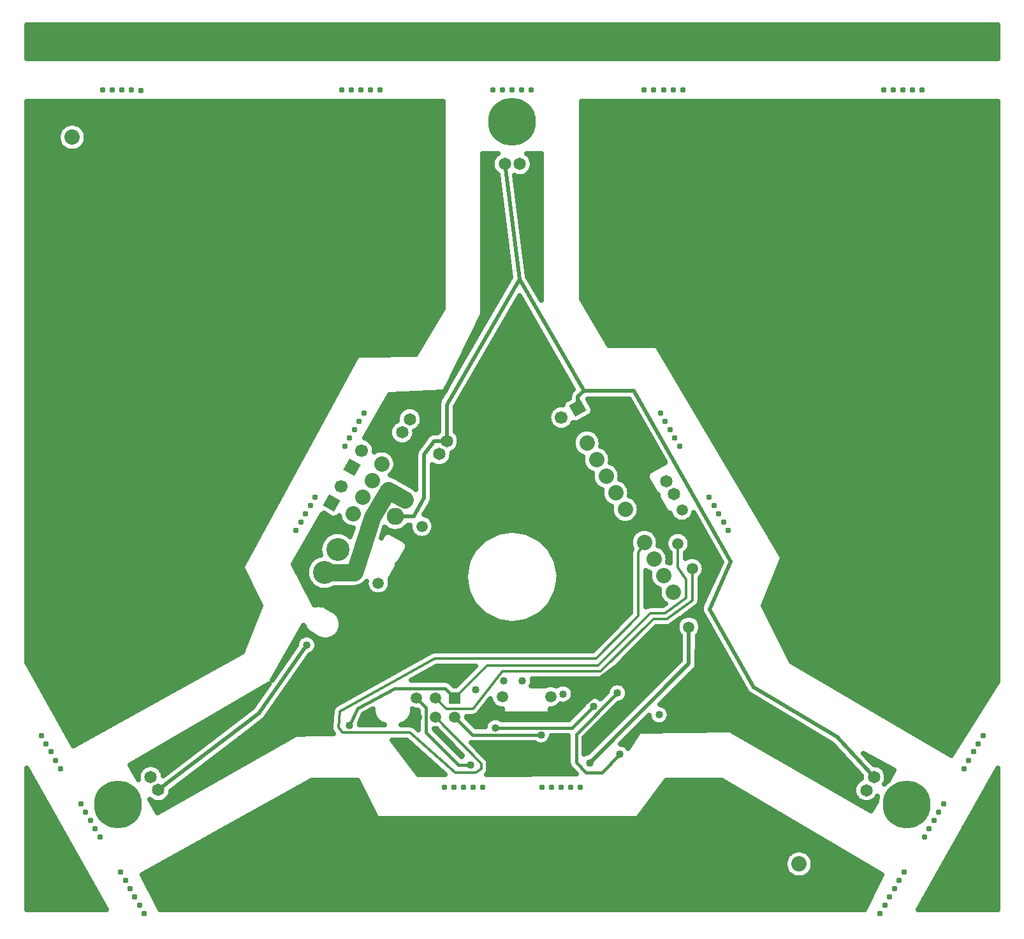
<source format=gbr>
G04 DipTrace 3.0.0.2*
G04 Bottom.gbr*
%MOIN*%
G04 #@! TF.FileFunction,Copper,L4,Bot*
G04 #@! TF.Part,Single*
%AMOUTLINE6*5,1,4,0,0,0.094653,-164.999604*%
%AMOUTLINE9*5,1,4,0,0,0.094653,-195.000396*%
G04 #@! TA.AperFunction,Conductor*
%ADD13C,0.012992*%
%ADD14C,0.015*%
%ADD15C,0.02*%
G04 #@! TA.AperFunction,ComponentPad*
%ADD16C,0.09*%
G04 #@! TA.AperFunction,CopperBalancing*
%ADD19C,0.025*%
G04 #@! TA.AperFunction,ComponentPad*
%ADD23C,0.12*%
%ADD24C,0.065*%
%ADD31C,0.066929*%
%ADD32R,0.059055X0.059055*%
%ADD33C,0.059055*%
%ADD38C,0.08*%
%ADD39C,0.25*%
%ADD40C,0.031*%
G04 #@! TA.AperFunction,ViaPad*
%ADD41C,0.04*%
%ADD43C,0.059*%
G04 #@! TA.AperFunction,ComponentPad*
%ADD104OUTLINE6*%
%ADD107OUTLINE9*%
%FSLAX26Y26*%
G04*
G70*
G90*
G75*
G01*
G04 Bottom*
%LPD*%
X3154699Y3186518D2*
D14*
X2797450D1*
X2703699Y3280269D1*
X3927699Y3750518D2*
D15*
Y3558518D1*
X3409699Y3040518D1*
X1928812Y3655306D2*
X1678699Y3299018D1*
X1153764Y2897728D1*
X2392699Y4327518D2*
X2488537D1*
X2543699Y4425518D1*
Y4653531D1*
X2595831Y4723269D1*
X2661807D1*
Y4912804D1*
X2749445Y5063984D1*
X3042348Y5569256D1*
X2964778Y6171303D1*
X3042348Y5569256D2*
X3378660Y4986416D1*
X3641133D1*
X4147329Y4092760D1*
X4034841Y3842786D1*
X4266067Y3436579D1*
X4703521Y3174106D1*
X4894631Y2965371D1*
X3347699Y4896517D2*
Y4955455D1*
X3378660Y4986416D1*
X3301169Y3280345D2*
D14*
X3442699Y3400518D1*
D13*
X3470934Y3492356D1*
X3730437Y3683812D1*
X4011699Y3885518D1*
X4015105Y4045568D1*
X3891346Y4262556D1*
X3644699Y4279507D1*
X2442699Y4414122D2*
D16*
X2356699Y4466518D1*
X2271699Y4325518D1*
X2178627Y4035915D1*
X2022400Y4035924D1*
X2916199Y3224018D2*
D14*
X3316084D1*
X3428655Y3336589D1*
X2153789Y3236600D2*
X2196699Y3324518D1*
X2389936Y3430329D1*
X2653639D1*
X2703699Y3380269D1*
X3869949Y4186768D2*
D13*
Y4061115D1*
X3913730Y4000293D1*
Y3902744D1*
X3804262Y3821423D1*
X3724828D1*
X3452424Y3549018D1*
X2872449D1*
X2703699Y3380269D1*
X3694699Y4192904D2*
X3664084Y4138904D1*
Y3807831D1*
X3441772Y3585518D1*
X2598073D1*
X2103699Y3309518D1*
X2094699Y3226361D1*
X2114592Y3198474D1*
X2468858D1*
X2704997Y2987518D1*
X2812199D1*
X2841199Y3008762D1*
Y3034518D1*
X2603699Y3280269D1*
X2503699Y3380269D2*
D14*
X2553747Y3330222D1*
Y3200396D1*
X2723772Y3030371D1*
X2784972D1*
X2603699Y3380269D2*
D13*
X2659950Y3324018D1*
X2797987D1*
X2953597Y3517768D1*
X3466199D1*
X3741205Y3792773D1*
X3813041D1*
X3944950Y3890180D1*
Y4055518D1*
X3553642Y3405332D2*
D14*
X3338491Y3190181D1*
Y3042605D1*
X3391013Y2990083D1*
X3473264D1*
X3567699Y3084518D1*
D41*
X3154699Y3186518D3*
X3428655Y3336589D3*
X2916199Y3224018D3*
X2784972Y3030371D3*
X2153789Y3236600D3*
X3567699Y3084518D3*
X3553642Y3405332D3*
X3301169Y3280345D3*
X3442699Y3400518D3*
D43*
X3204505Y3385713D3*
X2952143Y3384962D3*
X2531699Y4276518D3*
D41*
X1928812Y3655306D3*
X3409699Y3040518D3*
D43*
X3927699Y3750518D3*
X2303699Y3980269D3*
X3891199Y4361518D3*
X3869949Y4186768D3*
X3944950Y4055518D3*
D41*
X3269699Y3400518D3*
X2960474Y3467768D3*
X3057411D3*
X3771699Y3291518D3*
X2813299Y3421727D3*
X468699Y6874150D2*
D19*
X5538724D1*
X468699Y6849281D2*
X5538724D1*
X468699Y6824412D2*
X5538724D1*
X468699Y6799543D2*
X5538724D1*
X468699Y6774675D2*
X5538724D1*
X468699Y6749806D2*
X5538724D1*
X468699Y6724937D2*
X5538724D1*
X5541199Y6736518D2*
Y6899018D1*
X466199D1*
Y6724018D1*
X5541199D1*
Y6736518D1*
X468699Y6474150D2*
X2638724D1*
X468699Y6449281D2*
X2638724D1*
X468699Y6424412D2*
X2638724D1*
X468699Y6399543D2*
X2638724D1*
X468699Y6374675D2*
X663626D1*
X743773D2*
X2638724D1*
X468699Y6349806D2*
X638480D1*
X768919D2*
X2638724D1*
X468699Y6324937D2*
X628958D1*
X778441D2*
X2638724D1*
X468699Y6300068D2*
X628617D1*
X778782D2*
X2638724D1*
X468699Y6275199D2*
X637308D1*
X770091D2*
X2638724D1*
X468699Y6250331D2*
X660501D1*
X746898D2*
X2638724D1*
X468699Y6225462D2*
X2638724D1*
X468699Y6200593D2*
X2638724D1*
X468699Y6175724D2*
X2638724D1*
X468699Y6150856D2*
X2638724D1*
X468699Y6125987D2*
X2638724D1*
X468699Y6101118D2*
X2638724D1*
X468699Y6076249D2*
X2638724D1*
X468699Y6051381D2*
X2638724D1*
X468699Y6026512D2*
X2638724D1*
X468699Y6001643D2*
X2638724D1*
X468699Y5976774D2*
X2638724D1*
X468699Y5951906D2*
X2638724D1*
X468699Y5927037D2*
X2638724D1*
X468699Y5902168D2*
X2638724D1*
X468699Y5877299D2*
X2638724D1*
X468699Y5852430D2*
X2638724D1*
X468699Y5827562D2*
X2638724D1*
X468699Y5802693D2*
X2638724D1*
X468699Y5777824D2*
X2638724D1*
X468699Y5752955D2*
X2638724D1*
X468699Y5728087D2*
X2638724D1*
X468699Y5703218D2*
X2638724D1*
X468699Y5678349D2*
X2638724D1*
X468699Y5653480D2*
X2638724D1*
X468699Y5628612D2*
X2638724D1*
X468699Y5603743D2*
X2638724D1*
X468699Y5578874D2*
X2638724D1*
X468699Y5554005D2*
X2638724D1*
X468699Y5529136D2*
X2638724D1*
X468699Y5504268D2*
X2638724D1*
X468699Y5479399D2*
X2638724D1*
X468699Y5454530D2*
X2638724D1*
X468699Y5429661D2*
X2638724D1*
X468699Y5404793D2*
X2632572D1*
X468699Y5379924D2*
X2617678D1*
X468699Y5355055D2*
X2602738D1*
X468699Y5330186D2*
X2587845D1*
X468699Y5305318D2*
X2572904D1*
X468699Y5280449D2*
X2557962D1*
X468699Y5255580D2*
X2543070D1*
X468699Y5230711D2*
X2528129D1*
X468699Y5205843D2*
X2513236D1*
X468699Y5180974D2*
X2498294D1*
X468699Y5156105D2*
X2183988D1*
X468699Y5131236D2*
X2170462D1*
X468699Y5106367D2*
X2156888D1*
X468699Y5081499D2*
X2143314D1*
X468699Y5056630D2*
X2129740D1*
X468699Y5031761D2*
X2116165D1*
X468699Y5006892D2*
X2102640D1*
X468699Y4982024D2*
X2089066D1*
X468699Y4957155D2*
X2075491D1*
X468699Y4932286D2*
X2061917D1*
X468699Y4907417D2*
X2048343D1*
X468699Y4882549D2*
X2034818D1*
X468699Y4857680D2*
X2021243D1*
X468699Y4832811D2*
X2007669D1*
X468699Y4807942D2*
X1994094D1*
X468699Y4783073D2*
X1980521D1*
X468699Y4758205D2*
X1966995D1*
X468699Y4733336D2*
X1953421D1*
X468699Y4708467D2*
X1939846D1*
X468699Y4683598D2*
X1926273D1*
X468699Y4658730D2*
X1912698D1*
X468699Y4633861D2*
X1899125D1*
X468699Y4608992D2*
X1885598D1*
X468699Y4584123D2*
X1872025D1*
X468699Y4559255D2*
X1858450D1*
X468699Y4534386D2*
X1844877D1*
X468699Y4509517D2*
X1831302D1*
X468699Y4484648D2*
X1817777D1*
X468699Y4459780D2*
X1804202D1*
X468699Y4434911D2*
X1790629D1*
X468699Y4410042D2*
X1777054D1*
X468699Y4385173D2*
X1763480D1*
X468699Y4360304D2*
X1749954D1*
X468699Y4335436D2*
X1736381D1*
X468699Y4310567D2*
X1722806D1*
X468699Y4285698D2*
X1709232D1*
X468699Y4260829D2*
X1695657D1*
X468699Y4235961D2*
X1682133D1*
X468699Y4211092D2*
X1668558D1*
X468699Y4186223D2*
X1654984D1*
X468699Y4161354D2*
X1641409D1*
X468699Y4136486D2*
X1627835D1*
X468699Y4111617D2*
X1614310D1*
X468699Y4086748D2*
X1600736D1*
X468699Y4061879D2*
X1587161D1*
X468699Y4037010D2*
X1599466D1*
X468699Y4012142D2*
X1611917D1*
X468699Y3987273D2*
X1624369D1*
X468699Y3962404D2*
X1636770D1*
X468699Y3937535D2*
X1649222D1*
X468699Y3912667D2*
X1661673D1*
X468699Y3887798D2*
X1674075D1*
X468699Y3862929D2*
X1686526D1*
X468699Y3838060D2*
X1678373D1*
X468699Y3813192D2*
X1668411D1*
X468699Y3788323D2*
X1658450D1*
X468699Y3763454D2*
X1648490D1*
X468699Y3738585D2*
X1638577D1*
X468699Y3713717D2*
X1628617D1*
X468699Y3688848D2*
X1618656D1*
X468699Y3663979D2*
X1608743D1*
X468699Y3639110D2*
X1598782D1*
X468699Y3614241D2*
X1580374D1*
X468699Y3589373D2*
X1535598D1*
X468822Y3564504D2*
X1490824D1*
X482640Y3539635D2*
X1446049D1*
X496458Y3514766D2*
X1401322D1*
X510277Y3489898D2*
X1356546D1*
X524094Y3465029D2*
X1311770D1*
X537913Y3440160D2*
X1266995D1*
X551732Y3415291D2*
X1222269D1*
X565550Y3390423D2*
X1177493D1*
X579369Y3365554D2*
X1132718D1*
X593186Y3340685D2*
X1087942D1*
X607005Y3315816D2*
X1043217D1*
X620824Y3290948D2*
X998441D1*
X634642Y3266079D2*
X953665D1*
X648461Y3241210D2*
X908890D1*
X662278Y3216341D2*
X864163D1*
X676097Y3191472D2*
X819388D1*
X689915Y3166604D2*
X774613D1*
X703734Y3141735D2*
X729837D1*
X776972Y6305752D2*
X775169Y6294360D1*
X771605Y6283391D1*
X766369Y6273114D1*
X759589Y6263783D1*
X751434Y6255629D1*
X742104Y6248849D1*
X731827Y6243613D1*
X720858Y6240049D1*
X709466Y6238245D1*
X697933D1*
X686541Y6240049D1*
X675572Y6243613D1*
X665295Y6248849D1*
X655965Y6255629D1*
X647810Y6263783D1*
X641030Y6273114D1*
X635794Y6283391D1*
X632230Y6294360D1*
X630427Y6305752D1*
Y6317285D1*
X632230Y6328677D1*
X635794Y6339646D1*
X641030Y6349923D1*
X647810Y6359253D1*
X655965Y6367408D1*
X665295Y6374188D1*
X675572Y6379424D1*
X686541Y6382988D1*
X697933Y6384791D1*
X709466D1*
X720858Y6382988D1*
X731827Y6379424D1*
X742104Y6374188D1*
X751434Y6367408D1*
X759589Y6359253D1*
X766369Y6349923D1*
X771605Y6339646D1*
X775169Y6328677D1*
X776972Y6317285D1*
Y6305752D1*
X2408084Y5176508D2*
X2498172D1*
X2641215Y5415008D1*
X2641199Y6499018D1*
X466199D1*
Y3564692D1*
X708556Y3128516D1*
X1593749Y3620290D1*
X1690025Y3860990D1*
X1591782Y4057745D1*
X1591199Y4061613D1*
X1591841Y4065471D1*
X1598711Y4078478D1*
X2193797Y5169147D1*
X2196639Y5171833D1*
X2200172Y5173510D1*
X2204169Y5174005D1*
X2361659Y5174018D1*
X2375331Y5175664D1*
X2395584Y5176508D1*
X2408084D1*
X3368699Y6474150D2*
X5538724D1*
X3368699Y6449281D2*
X5538724D1*
X3368699Y6424412D2*
X5538724D1*
X3368699Y6399543D2*
X5538724D1*
X3368699Y6374675D2*
X5538724D1*
X3368699Y6349806D2*
X5538724D1*
X3368699Y6324937D2*
X5538724D1*
X3368699Y6300068D2*
X5538724D1*
X3368699Y6275199D2*
X5538724D1*
X3368699Y6250331D2*
X5538724D1*
X3368699Y6225462D2*
X5538724D1*
X3368699Y6200593D2*
X5538724D1*
X3368699Y6175724D2*
X5538724D1*
X3368699Y6150856D2*
X5538724D1*
X3368699Y6125987D2*
X5538724D1*
X3368699Y6101118D2*
X5538724D1*
X3368699Y6076249D2*
X5538724D1*
X3368699Y6051381D2*
X5538724D1*
X3368699Y6026512D2*
X5538724D1*
X3368699Y6001643D2*
X5538724D1*
X3368699Y5976774D2*
X5538724D1*
X3368699Y5951906D2*
X5538724D1*
X3368699Y5927037D2*
X5538724D1*
X3368699Y5902168D2*
X5538724D1*
X3368699Y5877299D2*
X5538724D1*
X3368699Y5852430D2*
X5538724D1*
X3368699Y5827562D2*
X5538724D1*
X3368699Y5802693D2*
X5538724D1*
X3368699Y5777824D2*
X5538724D1*
X3368699Y5752955D2*
X5538724D1*
X3368699Y5728087D2*
X5538724D1*
X3368699Y5703218D2*
X5538724D1*
X3368699Y5678349D2*
X5538724D1*
X3368699Y5653480D2*
X5538724D1*
X3368699Y5628612D2*
X5538724D1*
X3368699Y5603743D2*
X5538724D1*
X3368699Y5578874D2*
X5538724D1*
X3368699Y5554005D2*
X5538724D1*
X3368699Y5529136D2*
X5538724D1*
X3368699Y5504268D2*
X5538724D1*
X3368699Y5479399D2*
X5538724D1*
X3374974Y5454530D2*
X5538724D1*
X3389915Y5429661D2*
X5538724D1*
X3404808Y5404793D2*
X5538724D1*
X3419749Y5379924D2*
X5538724D1*
X3434642Y5355055D2*
X5538724D1*
X3449583Y5330186D2*
X5538724D1*
X3464476Y5305318D2*
X5538724D1*
X3479417Y5280449D2*
X5538724D1*
X3494358Y5255580D2*
X5538724D1*
X3509251Y5230711D2*
X5538724D1*
X3774094Y5205843D2*
X5538724D1*
X3788743Y5180974D2*
X5538724D1*
X3803441Y5156105D2*
X5538724D1*
X3818138Y5131236D2*
X5538724D1*
X3832835Y5106367D2*
X5538724D1*
X3847533Y5081499D2*
X5538724D1*
X3862230Y5056630D2*
X5538724D1*
X3876927Y5031761D2*
X5538724D1*
X3891625Y5006892D2*
X5538724D1*
X3906322Y4982024D2*
X5538724D1*
X3921018Y4957155D2*
X5538724D1*
X3935717Y4932286D2*
X5538724D1*
X3950413Y4907417D2*
X5538724D1*
X3965110Y4882549D2*
X5538724D1*
X3979808Y4857680D2*
X5538724D1*
X3994505Y4832811D2*
X5538724D1*
X4009202Y4807942D2*
X5538724D1*
X4023900Y4783073D2*
X5538724D1*
X4038597Y4758205D2*
X5538724D1*
X4053294Y4733336D2*
X5538724D1*
X4067991Y4708467D2*
X5538724D1*
X4082689Y4683598D2*
X5538724D1*
X4097386Y4658730D2*
X5538724D1*
X4112083Y4633861D2*
X5538724D1*
X4126781Y4608992D2*
X5538724D1*
X4141429Y4584123D2*
X5538724D1*
X4156126Y4559255D2*
X5538724D1*
X4170824Y4534386D2*
X5538724D1*
X4185521Y4509517D2*
X5538724D1*
X4200218Y4484648D2*
X5538724D1*
X4214915Y4459780D2*
X5538724D1*
X4229613Y4434911D2*
X5538724D1*
X4244310Y4410042D2*
X5538724D1*
X4259007Y4385173D2*
X5538724D1*
X4273705Y4360304D2*
X5538724D1*
X4288402Y4335436D2*
X5538724D1*
X4303098Y4310567D2*
X5538724D1*
X4317797Y4285698D2*
X5538724D1*
X4332493Y4260829D2*
X5538724D1*
X4347190Y4235961D2*
X5538724D1*
X4361888Y4211092D2*
X5538724D1*
X4376585Y4186223D2*
X5538724D1*
X4391282Y4161354D2*
X5538724D1*
X4405980Y4136486D2*
X5538724D1*
X4419701Y4111617D2*
X5538724D1*
X4409740Y4086748D2*
X5538724D1*
X4399827Y4061879D2*
X5538724D1*
X4389866Y4037010D2*
X5538724D1*
X4379906Y4012142D2*
X5538724D1*
X4369945Y3987273D2*
X5538724D1*
X4360033Y3962404D2*
X5538724D1*
X4350072Y3937535D2*
X5538724D1*
X4340110Y3912667D2*
X5538724D1*
X4330198Y3887798D2*
X5538724D1*
X4320238Y3862929D2*
X5538724D1*
X4331908Y3838060D2*
X5538724D1*
X4344358Y3813192D2*
X5538724D1*
X4356761Y3788323D2*
X5538724D1*
X4369213Y3763454D2*
X5538724D1*
X4381663Y3738585D2*
X5538724D1*
X4394066Y3713717D2*
X5538724D1*
X4406517Y3688848D2*
X5538724D1*
X4418969Y3663979D2*
X5538724D1*
X4431370Y3639110D2*
X5538724D1*
X4443822Y3614241D2*
X5538724D1*
X4456224Y3589373D2*
X5538724D1*
X4475755Y3564504D2*
X5538724D1*
X4518041Y3539635D2*
X5538724D1*
X4560325Y3514766D2*
X5538724D1*
X4602610Y3489898D2*
X5538724D1*
X4644896Y3465029D2*
X5538675D1*
X4687181Y3440160D2*
X5523098D1*
X4729417Y3415291D2*
X5507572D1*
X4771702Y3390423D2*
X5492045D1*
X4813988Y3365554D2*
X5476469D1*
X4856273Y3340685D2*
X5460941D1*
X4898558Y3315816D2*
X5445413D1*
X4940843Y3290948D2*
X5429837D1*
X4983079Y3266079D2*
X5414310D1*
X5025365Y3241210D2*
X5398782D1*
X5067650Y3216341D2*
X5383206D1*
X5109934Y3191472D2*
X5367678D1*
X5152220Y3166604D2*
X5352152D1*
X5194505Y3141735D2*
X5336575D1*
X5236741Y3116866D2*
X5321049D1*
X5279026Y3091997D2*
X5305521D1*
X5528699Y6499018D2*
X3366199D1*
Y5464986D1*
X3510803Y5223975D1*
X3755655Y5223865D1*
X3759374Y5222656D1*
X3762538Y5220357D1*
X3764461Y5217878D1*
X4415323Y4116115D1*
X4416175Y4112299D1*
X4415806Y4108406D1*
X4396736Y4060453D1*
X4317374Y3862047D1*
X4463224Y3570419D1*
X5299539Y3078467D1*
X5541214Y3465127D1*
X5541199Y6499018D1*
X5528699D1*
X468699Y2974412D2*
X485843D1*
X468699Y2949543D2*
X499857D1*
X468699Y2924675D2*
X513822D1*
X468699Y2899806D2*
X527835D1*
X468699Y2874937D2*
X541801D1*
X468699Y2850068D2*
X555814D1*
X468699Y2825199D2*
X569778D1*
X468699Y2800331D2*
X583793D1*
X468699Y2775462D2*
X597757D1*
X468699Y2750593D2*
X611770D1*
X468699Y2725724D2*
X625736D1*
X468699Y2700856D2*
X639749D1*
X468699Y2675987D2*
X653714D1*
X468699Y2651118D2*
X667728D1*
X468699Y2626249D2*
X681693D1*
X468699Y2601381D2*
X695706D1*
X468699Y2576512D2*
X709671D1*
X468699Y2551643D2*
X723685D1*
X468699Y2526774D2*
X737650D1*
X468699Y2501906D2*
X751663D1*
X468699Y2477037D2*
X765629D1*
X468699Y2452168D2*
X779593D1*
X468699Y2427299D2*
X793606D1*
X468699Y2402430D2*
X807572D1*
X468699Y2377562D2*
X821585D1*
X468699Y2352693D2*
X835550D1*
X468699Y2327824D2*
X849564D1*
X468699Y2302955D2*
X863529D1*
X468699Y2278087D2*
X877542D1*
X882344Y2273988D2*
X466196Y3013806D1*
X466199Y2274018D1*
X882362D1*
X1914671Y2924150D2*
X2205911D1*
X3793822D2*
X4140091D1*
X1869896Y2899281D2*
X2218362D1*
X3775169D2*
X4182327D1*
X1825169Y2874412D2*
X2230765D1*
X3756517D2*
X4224613D1*
X1780394Y2849543D2*
X2243217D1*
X3737865D2*
X4266898D1*
X1735618Y2824675D2*
X2255667D1*
X3719213D2*
X4309182D1*
X1690843Y2799806D2*
X2268070D1*
X3700560D2*
X4351469D1*
X1646117Y2774937D2*
X2280521D1*
X3681908D2*
X4393753D1*
X1601341Y2750068D2*
X2292972D1*
X3663255D2*
X4435990D1*
X1556566Y2725199D2*
X4478274D1*
X1511790Y2700331D2*
X4520560D1*
X1467014Y2675462D2*
X4562845D1*
X1422289Y2650593D2*
X4605130D1*
X1377513Y2625724D2*
X4647415D1*
X1332738Y2600856D2*
X4689652D1*
X1287962Y2575987D2*
X4465921D1*
X4541478D2*
X4731937D1*
X1243236Y2551118D2*
X4439261D1*
X4568138D2*
X4774222D1*
X1198461Y2526249D2*
X4429202D1*
X4578197D2*
X4816507D1*
X1153685Y2501381D2*
X4428421D1*
X4578978D2*
X4858793D1*
X1108909Y2476512D2*
X4436575D1*
X4570824D2*
X4901077D1*
X1075121Y2451643D2*
X4458549D1*
X4548850D2*
X4932278D1*
X1087522Y2426774D2*
X4919877D1*
X1099974Y2401906D2*
X4907425D1*
X1112425Y2377037D2*
X4894974D1*
X1124827Y2352168D2*
X4882572D1*
X1137278Y2327299D2*
X4870121D1*
X1149730Y2302430D2*
X4857669D1*
X1162133Y2277562D2*
X4845266D1*
X4576972Y2505752D2*
X4575169Y2494360D1*
X4571605Y2483391D1*
X4566369Y2473114D1*
X4559589Y2463783D1*
X4551434Y2455629D1*
X4542104Y2448849D1*
X4531827Y2443613D1*
X4520858Y2440049D1*
X4509466Y2438245D1*
X4497933D1*
X4486541Y2440049D1*
X4475572Y2443613D1*
X4465295Y2448849D1*
X4455965Y2455629D1*
X4447810Y2463783D1*
X4441030Y2473114D1*
X4435794Y2483391D1*
X4432230Y2494360D1*
X4430427Y2505752D1*
Y2517285D1*
X4432230Y2528677D1*
X4435794Y2539646D1*
X4441030Y2549923D1*
X4447810Y2559253D1*
X4455965Y2567408D1*
X4465295Y2574188D1*
X4475572Y2579424D1*
X4486541Y2582988D1*
X4497933Y2584791D1*
X4509466D1*
X4520858Y2582988D1*
X4531827Y2579424D1*
X4542104Y2574188D1*
X4551434Y2567408D1*
X4559589Y2559253D1*
X4566369Y2549923D1*
X4571605Y2539646D1*
X4575169Y2528677D1*
X4576972Y2517285D1*
Y2505752D1*
X1956996Y2949050D2*
X1070205Y2456388D1*
X1161446Y2273978D1*
X4846033Y2274018D1*
X4937312Y2456694D1*
X4100253Y2949043D1*
X3809900Y2949018D1*
X3662403Y2752546D1*
X3659205Y2750295D1*
X3655467Y2749144D1*
X3628699Y2749018D1*
X2301744Y2749172D1*
X2298025Y2750381D1*
X2294861Y2752680D1*
X2292394Y2756209D1*
X2195954Y2949059D1*
X1956873Y2949018D1*
X5521556Y2974412D2*
X5538724D1*
X5507542Y2949543D2*
X5538724D1*
X5493577Y2924675D2*
X5538724D1*
X5479564Y2899806D2*
X5538724D1*
X5465598Y2874937D2*
X5538724D1*
X5451585Y2850068D2*
X5538724D1*
X5437621Y2825199D2*
X5538724D1*
X5423606Y2800331D2*
X5538724D1*
X5409642Y2775462D2*
X5538724D1*
X5395629Y2750593D2*
X5538724D1*
X5381663Y2725724D2*
X5538724D1*
X5367650Y2700856D2*
X5538724D1*
X5353685Y2675987D2*
X5538724D1*
X5339671Y2651118D2*
X5538724D1*
X5325706Y2626249D2*
X5538724D1*
X5311693Y2601381D2*
X5538724D1*
X5297728Y2576512D2*
X5538724D1*
X5283714Y2551643D2*
X5538724D1*
X5269749Y2526774D2*
X5538724D1*
X5255736Y2501906D2*
X5538724D1*
X5241770Y2477037D2*
X5538724D1*
X5227806Y2452168D2*
X5538724D1*
X5213793Y2427299D2*
X5538724D1*
X5199827Y2402430D2*
X5538724D1*
X5185814Y2377562D2*
X5538724D1*
X5171849Y2352693D2*
X5538724D1*
X5157835Y2327824D2*
X5538724D1*
X5143870Y2302955D2*
X5538724D1*
X5129857Y2278087D2*
X5538724D1*
X5125037Y2274018D2*
X5541199D1*
Y3013814D1*
X5125059Y2273993D1*
X2851814Y6201786D2*
X2903748D1*
X3104549D2*
X3154236D1*
X2851814Y6176917D2*
X2896521D1*
X3111776D2*
X3154236D1*
X2851814Y6152049D2*
X2899157D1*
X3109138D2*
X3154236D1*
X2851814Y6127180D2*
X2913172D1*
X3095125D2*
X3154236D1*
X2851814Y6102311D2*
X2927332D1*
X3020028D2*
X3154236D1*
X2851814Y6077442D2*
X2930505D1*
X3023201D2*
X3154236D1*
X2851814Y6052573D2*
X2933728D1*
X3026424D2*
X3154236D1*
X2851814Y6027705D2*
X2936951D1*
X3029646D2*
X3154236D1*
X2851814Y6002836D2*
X2940125D1*
X3032820D2*
X3154236D1*
X2851814Y5977967D2*
X2943348D1*
X3036043D2*
X3154236D1*
X2851814Y5953098D2*
X2946570D1*
X3039217D2*
X3154236D1*
X2851814Y5928230D2*
X2949744D1*
X3042440D2*
X3154236D1*
X2851814Y5903361D2*
X2952966D1*
X3045661D2*
X3154236D1*
X2851814Y5878492D2*
X2956140D1*
X3048836D2*
X3154236D1*
X2851814Y5853623D2*
X2959364D1*
X3052058D2*
X3154236D1*
X2851814Y5828755D2*
X2962585D1*
X3055281D2*
X3154236D1*
X2851814Y5803886D2*
X2965760D1*
X3058455D2*
X3154236D1*
X2851814Y5779017D2*
X2968982D1*
X3061677D2*
X3154236D1*
X2851814Y5754148D2*
X2972156D1*
X3064852D2*
X3154236D1*
X2851814Y5729280D2*
X2975379D1*
X3068073D2*
X3154236D1*
X2851814Y5704411D2*
X2978601D1*
X3071297D2*
X3154236D1*
X2851814Y5679542D2*
X2981776D1*
X3074470D2*
X3154236D1*
X2851814Y5654673D2*
X2984997D1*
X3077693D2*
X3154236D1*
X2851814Y5629804D2*
X2988220D1*
X3080916D2*
X3154236D1*
X2851814Y5604936D2*
X2991394D1*
X3084089D2*
X3154236D1*
X2851814Y5580067D2*
X2994617D1*
X3088825D2*
X3154236D1*
X2851814Y5555198D2*
X2981433D1*
X3103181D2*
X3154236D1*
X2851814Y5530329D2*
X2967029D1*
X3117537D2*
X3154236D1*
X2851814Y5505461D2*
X2952625D1*
X3131844D2*
X3154236D1*
X2851814Y5480592D2*
X2938172D1*
X3146199D2*
X3154184D1*
X2851814Y5455723D2*
X2923768D1*
X3029304D2*
X3055164D1*
X2851814Y5430854D2*
X2909364D1*
X3014900D2*
X3069520D1*
X2851912Y5405986D2*
X2894959D1*
X3000448D2*
X3083875D1*
X2849080Y5381117D2*
X2880505D1*
X2986043D2*
X3098181D1*
X2836921Y5356248D2*
X2866101D1*
X2971638D2*
X3112537D1*
X2824764Y5331379D2*
X2851697D1*
X2957234D2*
X3126892D1*
X2812605Y5306510D2*
X2837293D1*
X2942781D2*
X3141248D1*
X2800448Y5281642D2*
X2822840D1*
X2928377D2*
X3155604D1*
X2788289Y5256773D2*
X2808436D1*
X2913972D2*
X3169959D1*
X2776130Y5231904D2*
X2794031D1*
X2899568D2*
X3184314D1*
X2763972Y5207035D2*
X2779627D1*
X2885115D2*
X3198669D1*
X2751814Y5182167D2*
X2765173D1*
X2870711D2*
X3212976D1*
X2739656Y5157298D2*
X2750769D1*
X2856306D2*
X3227332D1*
X2727497Y5132429D2*
X2736340D1*
X2841902D2*
X3241688D1*
X2827449Y5107560D2*
X3256043D1*
X2813045Y5082692D2*
X3270398D1*
X2798640Y5057823D2*
X3284753D1*
X2784236Y5032954D2*
X3299109D1*
X2769783Y5008085D2*
X3313465D1*
X2755379Y4983217D2*
X3311707D1*
X2362165Y4958348D2*
X2635437D1*
X2740974D2*
X3301795D1*
X2348054Y4933479D2*
X2621033D1*
X2726570D2*
X3276892D1*
X3406160D2*
X3618640D1*
X2333944Y4908610D2*
X2615808D1*
X2712165D2*
X3233533D1*
X3420516D2*
X3632703D1*
X2319881Y4883741D2*
X2420252D1*
X2515877D2*
X2615808D1*
X2707772D2*
X3202917D1*
X3429402D2*
X3646814D1*
X2305769Y4858873D2*
X2403748D1*
X2532381D2*
X2615808D1*
X2707772D2*
X3192761D1*
X3417732D2*
X3660877D1*
X2291657Y4834004D2*
X2399597D1*
X2536531D2*
X2615808D1*
X2707772D2*
X3192810D1*
X3375837D2*
X3674988D1*
X2277546Y4809135D2*
X2374940D1*
X2530965D2*
X2615808D1*
X2707772D2*
X3203016D1*
X3319148D2*
X3689050D1*
X2263484Y4784266D2*
X2362341D1*
X2511824D2*
X2615808D1*
X2707772D2*
X3233924D1*
X3288289D2*
X3376257D1*
X3413142D2*
X3703161D1*
X2249373Y4759398D2*
X2360681D1*
X2496688D2*
X2569129D1*
X2719539D2*
X3335584D1*
X3453816D2*
X3717224D1*
X2245369Y4734529D2*
X2369080D1*
X2488337D2*
X2547449D1*
X2729353D2*
X3322058D1*
X3467341D2*
X3731336D1*
X2274861Y4709660D2*
X2394520D1*
X2462849D2*
X2528845D1*
X2728913D2*
X3318738D1*
X3470661D2*
X3745398D1*
X2284724Y4684791D2*
X2510291D1*
X2717928D2*
X3324109D1*
X3491218D2*
X3759509D1*
X2370661Y4659923D2*
X2498181D1*
X2690780D2*
X3340857D1*
X3512361D2*
X3773572D1*
X2390144Y4635054D2*
X2497693D1*
X2687849D2*
X3369276D1*
X3520125D2*
X3787684D1*
X2397077Y4610185D2*
X2497693D1*
X2673298D2*
X3370398D1*
X3519001D2*
X3801745D1*
X2395222Y4585316D2*
X2497693D1*
X2589705D2*
X3380945D1*
X3554500D2*
X3755993D1*
X2383699Y4560448D2*
X2497693D1*
X2589705D2*
X3408777D1*
X3567585D2*
X3715516D1*
X2396492Y4535579D2*
X2497693D1*
X2589705D2*
X3418787D1*
X3570613D2*
X3706140D1*
X2437508Y4510710D2*
X2497693D1*
X2589705D2*
X3424500D1*
X3592341D2*
X3716199D1*
X2478328Y4485841D2*
X2497693D1*
X2589705D2*
X3441785D1*
X3612801D2*
X3730554D1*
X2589705Y4460972D2*
X3469177D1*
X3620222D2*
X3744909D1*
X2589705Y4436104D2*
X3470593D1*
X3619636D2*
X3762732D1*
X2587264Y4411235D2*
X3481531D1*
X3655232D2*
X3773621D1*
X2574080Y4386366D2*
X3510584D1*
X3667829D2*
X3787976D1*
X2560066Y4361497D2*
X3518836D1*
X3670564D2*
X3802332D1*
X2009724Y4336629D2*
X2031629D1*
X2553084D2*
X3524890D1*
X3664509D2*
X3830848D1*
X1995613Y4311760D2*
X2102429D1*
X2586433D2*
X3542713D1*
X3646688D2*
X3850037D1*
X3932332D2*
X3970789D1*
X1981501Y4286891D2*
X2121864D1*
X2596345D2*
X3984900D1*
X1967390Y4262022D2*
X2166345D1*
X2336238D2*
X2346899D1*
X2438484D2*
X2467908D1*
X2595516D2*
X3667224D1*
X3722176D2*
X3998962D1*
X1953328Y4237154D2*
X2043689D1*
X2138924D2*
X2158337D1*
X2380916D2*
X2480017D1*
X2583406D2*
X2909608D1*
X3097761D2*
X3633533D1*
X3755867D2*
X3829627D1*
X3910261D2*
X4013073D1*
X1939217Y4212285D2*
X2014685D1*
X2423982D2*
X2860974D1*
X3146394D2*
X3621277D1*
X3768073D2*
X3809852D1*
X3930037D2*
X4027136D1*
X1925105Y4187416D2*
X2001013D1*
X2456745D2*
X2834217D1*
X3173152D2*
X3618885D1*
X3770516D2*
X3804432D1*
X3935457D2*
X4041248D1*
X1910993Y4162547D2*
X1995593D1*
X2459285D2*
X2809364D1*
X3198054D2*
X3625281D1*
X3794490D2*
X3809291D1*
X3930623D2*
X4055310D1*
X1896932Y4137678D2*
X1996961D1*
X2446052D2*
X2793640D1*
X3213728D2*
X3621619D1*
X3813680D2*
X3827478D1*
X3912409D2*
X4069421D1*
X1882820Y4112810D2*
X1966688D1*
X2431697D2*
X2780993D1*
X3226424D2*
X3621619D1*
X3973640D2*
X4083484D1*
X1868709Y4087941D2*
X1942224D1*
X2416169D2*
X2768885D1*
X3238484D2*
X3621619D1*
X4001472D2*
X4094959D1*
X1871101Y4063072D2*
X1930408D1*
X2402253D2*
X2764441D1*
X3242976D2*
X3621619D1*
X4010017D2*
X4083777D1*
X1883748Y4038203D2*
X1926404D1*
X2388630D2*
X2760486D1*
X3246932D2*
X3621619D1*
X3706550D2*
X3714510D1*
X4008016D2*
X4072596D1*
X1896394Y4013335D2*
X1929188D1*
X2374226D2*
X2756970D1*
X3250448D2*
X3621619D1*
X3706550D2*
X3718936D1*
X3994245D2*
X4061413D1*
X1909041Y3988466D2*
X1939344D1*
X2368660D2*
X2760193D1*
X3247176D2*
X3621619D1*
X3706550D2*
X3725672D1*
X3987409D2*
X4050232D1*
X1921688Y3963597D2*
X1960633D1*
X2211629D2*
X2240466D1*
X2366951D2*
X2764148D1*
X3243269D2*
X3621619D1*
X3706550D2*
X3744714D1*
X3987409D2*
X4039001D1*
X1934333Y3938728D2*
X2253845D1*
X2353572D2*
X2768348D1*
X3239021D2*
X3621619D1*
X3706550D2*
X3768933D1*
X3987409D2*
X4027820D1*
X1946980Y3913860D2*
X2780115D1*
X3227302D2*
X3621619D1*
X3706550D2*
X3771277D1*
X3987409D2*
X4016638D1*
X1959627Y3888991D2*
X2792761D1*
X3214656D2*
X3621619D1*
X3706550D2*
X3783386D1*
X3987409D2*
X4005457D1*
X2019685Y3864122D2*
X2807605D1*
X3199764D2*
X3621619D1*
X3706550D2*
X3792176D1*
X3977791D2*
X3994276D1*
X2066804Y3839253D2*
X2832508D1*
X3174909D2*
X3621619D1*
X3945808D2*
X3989001D1*
X2095955Y3814385D2*
X2858289D1*
X3149129D2*
X3611609D1*
X3912117D2*
X3998474D1*
X2108406Y3789516D2*
X2906189D1*
X3101180D2*
X3586707D1*
X3979696D2*
X4012634D1*
X2112020Y3764647D2*
X3561853D1*
X3844783D2*
X3863806D1*
X3991609D2*
X4026795D1*
X1904500Y3739778D2*
X1921325D1*
X2107820D2*
X3537000D1*
X3747273D2*
X3863123D1*
X3992293D2*
X4040955D1*
X1890144Y3714909D2*
X1947253D1*
X2094636D2*
X3512097D1*
X3722371D2*
X3873230D1*
X3982185D2*
X4055115D1*
X1875740Y3690041D2*
X1885598D1*
X1971980D2*
X1991297D1*
X2062752D2*
X3487244D1*
X3697517D2*
X3881726D1*
X3973689D2*
X4069226D1*
X1861385Y3665172D2*
X1873706D1*
X1983894D2*
X3462390D1*
X3672664D2*
X3881726D1*
X3973689D2*
X4083386D1*
X1846980Y3640303D2*
X1862634D1*
X1982673D2*
X3437488D1*
X3647761D2*
X3881726D1*
X3973689D2*
X4097546D1*
X1832625Y3615434D2*
X1845150D1*
X1967000D2*
X2567127D1*
X3622908D2*
X3881726D1*
X3973689D2*
X4111707D1*
X1818220Y3590566D2*
X1827768D1*
X1939021D2*
X2522596D1*
X3598054D2*
X3881726D1*
X3973689D2*
X4125867D1*
X1921541Y3565697D2*
X2478064D1*
X3573152D2*
X3870886D1*
X3973689D2*
X4140028D1*
X1904060Y3540828D2*
X2433484D1*
X2602546D2*
X2805213D1*
X3548298D2*
X3846033D1*
X3969929D2*
X4154188D1*
X1886629Y3515959D2*
X2388953D1*
X2558016D2*
X2780360D1*
X3523445D2*
X3821130D1*
X3949129D2*
X4168348D1*
X1869148Y3491091D2*
X2344421D1*
X2513436D2*
X2755457D1*
X3498543D2*
X3796277D1*
X3924276D2*
X4182508D1*
X1851717Y3466222D2*
X2299841D1*
X2675936D2*
X2730604D1*
X3113386D2*
X3771424D1*
X3899421D2*
X4196668D1*
X1834236Y3441353D2*
X2255310D1*
X3306745D2*
X3511609D1*
X3595711D2*
X3746521D1*
X3874520D2*
X4210828D1*
X1673640Y3416484D2*
X1705505D1*
X1816804D2*
X2210780D1*
X3323249D2*
X3498816D1*
X3608455D2*
X3721668D1*
X3849665D2*
X4224988D1*
X1630916Y3391615D2*
X1688073D1*
X1799324D2*
X2166248D1*
X3324959D2*
X3479480D1*
X3607869D2*
X3696814D1*
X3824812D2*
X4253992D1*
X1588142Y3366747D2*
X1670593D1*
X1781892D2*
X2121668D1*
X3313680D2*
X3381970D1*
X3593220D2*
X3671912D1*
X3799909D2*
X4295448D1*
X1545417Y3341878D2*
X1653161D1*
X1764412D2*
X2077722D1*
X2866121D2*
X2903699D1*
X3252253D2*
X3372937D1*
X3550642D2*
X3647058D1*
X3792244D2*
X4336902D1*
X1502693Y3317009D2*
X1628113D1*
X1746980D2*
X2061902D1*
X2484676D2*
X2506482D1*
X2846150D2*
X2949646D1*
X3204646D2*
X3348621D1*
X3525789D2*
X3622205D1*
X3821248D2*
X4378308D1*
X1459969Y3292140D2*
X1595593D1*
X1729500D2*
X2059119D1*
X2229012D2*
X2278797D1*
X2480623D2*
X2510241D1*
X2824617D2*
X3323718D1*
X3500936D2*
X3597302D1*
X3827693D2*
X4419764D1*
X1417244Y3267272D2*
X1563073D1*
X1710896D2*
X2056433D1*
X2216853D2*
X2291785D1*
X2467634D2*
X2510241D1*
X2777156D2*
X2882214D1*
X2950203D2*
X3298865D1*
X3476033D2*
X3572449D1*
X3700448D2*
X3721521D1*
X3821882D2*
X4461218D1*
X1374520Y3242403D2*
X1530554D1*
X1678768D2*
X2053699D1*
X2209480D2*
X2323230D1*
X2436189D2*
X2510241D1*
X2802009D2*
X2863465D1*
X3451180D2*
X3547596D1*
X3675593D2*
X3747986D1*
X3795417D2*
X4502673D1*
X1331795Y3217534D2*
X1497986D1*
X1646199D2*
X2053211D1*
X3426325D2*
X3522693D1*
X3650692D2*
X4544129D1*
X1289070Y3192665D2*
X1465466D1*
X1613680D2*
X2067127D1*
X2621932D2*
X2630253D1*
X3401424D2*
X3497840D1*
X3625837D2*
X3656776D1*
X4178035D2*
X4585584D1*
X1246345Y3167797D2*
X1432948D1*
X1581160D2*
X1834119D1*
X3207332D2*
X3295008D1*
X3381990D2*
X3472986D1*
X3600984D2*
X3641004D1*
X4221638D2*
X4626990D1*
X1203621Y3142928D2*
X1400428D1*
X1548640D2*
X1790125D1*
X2389705D2*
X2468543D1*
X2794539D2*
X3121180D1*
X3188240D2*
X3295008D1*
X3381990D2*
X3448133D1*
X3576130D2*
X3625232D1*
X4265241D2*
X4668445D1*
X1160896Y3118059D2*
X1367860D1*
X1516072D2*
X1746130D1*
X2408797D2*
X2496375D1*
X2818562D2*
X3295008D1*
X3381990D2*
X3423230D1*
X4308845D2*
X4693396D1*
X1118172Y3093190D2*
X1335340D1*
X1483552D2*
X1702136D1*
X2427888D2*
X2524207D1*
X2842585D2*
X3295008D1*
X3381990D2*
X3397854D1*
X4352449D2*
X4716150D1*
X1075448Y3068322D2*
X1302820D1*
X1451033D2*
X1658142D1*
X2446980D2*
X2552039D1*
X2866657D2*
X3295008D1*
X4396052D2*
X4738904D1*
X4861824D2*
X4876062D1*
X1032722Y3043453D2*
X1270301D1*
X1418513D2*
X1614148D1*
X2466072D2*
X2579871D1*
X2882673D2*
X3295008D1*
X4439656D2*
X4761707D1*
X4884627D2*
X4920593D1*
X1015437Y3018584D2*
X1072108D1*
X1156697D2*
X1237732D1*
X1385945D2*
X1570154D1*
X2485164D2*
X2607703D1*
X2883699D2*
X3302772D1*
X4483211D2*
X4784461D1*
X4936189D2*
X4965125D1*
X1029500Y2993715D2*
X1052039D1*
X1176765D2*
X1205213D1*
X1353425D2*
X1526160D1*
X2504256D2*
X2635535D1*
X2880720D2*
X3326892D1*
X4526814D2*
X4807214D1*
X4956745D2*
X4991882D1*
X1320906Y2968846D2*
X1482117D1*
X4570417D2*
X4826209D1*
X4963045D2*
X4978016D1*
X1288386Y2943978D2*
X1438123D1*
X4614021D2*
X4806238D1*
X1255818Y2919109D2*
X1394129D1*
X4657625D2*
X4790516D1*
X1223298Y2894240D2*
X1350134D1*
X4701228D2*
X4786804D1*
X1215877Y2869371D2*
X1306140D1*
X4744832D2*
X4792908D1*
X1195272Y2844503D2*
X1262146D1*
X4788436D2*
X4812976D1*
X4897517D2*
X4906374D1*
X1127937Y2819634D2*
X1218152D1*
X4832039D2*
X4895008D1*
X1142000Y2794765D2*
X1174157D1*
X2318811Y4215614D2*
X2327699Y4230804D1*
X2332892Y4236724D1*
X2339324Y4241270D1*
X2346638Y4244188D1*
X2354432Y4245318D1*
X2362273Y4244597D1*
X2369731Y4242066D1*
X2441340Y4200841D1*
X2447650Y4196130D1*
X2452685Y4190075D1*
X2456168Y4183012D1*
X2457906Y4175331D1*
X2457803Y4167457D1*
X2455864Y4159824D1*
X2453601Y4155080D1*
X2417198Y4092232D1*
X2412005Y4086312D1*
X2405573Y4081766D1*
X2402843Y4080455D1*
X2401406Y4077470D1*
X2401303Y4069596D1*
X2399365Y4061963D1*
X2397101Y4057219D1*
X2365177Y4001951D1*
X2364959Y3994976D1*
X2366505Y3985213D1*
Y3975325D1*
X2364959Y3965562D1*
X2361904Y3956160D1*
X2357416Y3947352D1*
X2351605Y3939354D1*
X2344614Y3932364D1*
X2336617Y3926552D1*
X2327808Y3922064D1*
X2318407Y3919009D1*
X2308643Y3917463D1*
X2298756D1*
X2288992Y3919009D1*
X2279591Y3922064D1*
X2270782Y3926552D1*
X2262785Y3932364D1*
X2255794Y3939354D1*
X2249983Y3947352D1*
X2245495Y3956160D1*
X2242440Y3965562D1*
X2240894Y3975325D1*
Y3985213D1*
X2241304Y3988685D1*
X2234312Y3980585D1*
X2224972Y3972555D1*
X2214490Y3966085D1*
X2203125Y3961335D1*
X2191156Y3958421D1*
X2178622Y3957415D1*
X2073203Y3957421D1*
X2064848Y3952614D1*
X2051294Y3947000D1*
X2037026Y3943575D1*
X2022400Y3942424D1*
X2007774Y3943575D1*
X1993507Y3947000D1*
X1979953Y3952614D1*
X1967442Y3960281D1*
X1956286Y3969810D1*
X1946757Y3980966D1*
X1939091Y3993476D1*
X1933476Y4007030D1*
X1930051Y4021298D1*
X1928900Y4035924D1*
X1930051Y4050550D1*
X1933476Y4064818D1*
X1939091Y4078371D1*
X1946757Y4090882D1*
X1956286Y4102038D1*
X1967442Y4111567D1*
X1979953Y4119234D1*
X1993507Y4124848D1*
X2002121Y4127148D1*
X1998951Y4140636D1*
X1997801Y4155262D1*
X1998951Y4169888D1*
X2002377Y4184156D1*
X2007991Y4197710D1*
X2015657Y4210220D1*
X2025186Y4221377D1*
X2036343Y4230906D1*
X2048853Y4238572D1*
X2062407Y4244186D1*
X2076675Y4247612D1*
X2091301Y4248762D1*
X2105927Y4247612D1*
X2120194Y4244186D1*
X2133748Y4238572D1*
X2146259Y4230906D1*
X2156172Y4222525D1*
X2171199Y4270018D1*
X2159702Y4270924D1*
X2148487Y4273615D1*
X2137831Y4278029D1*
X2127997Y4284055D1*
X2119227Y4291546D1*
X2111736Y4300316D1*
X2105710Y4310150D1*
X2101297Y4320806D1*
X2098533Y4332625D1*
X2094615Y4328409D1*
X2088185Y4323865D1*
X2080870Y4320946D1*
X2073076Y4319816D1*
X2065235Y4320537D1*
X2057777Y4323068D1*
X2019055Y4345320D1*
X2009232Y4340210D1*
X1860794Y4078366D1*
X1969333Y3864703D1*
X1978867Y3866860D1*
X1984379Y3867585D1*
X1991824Y3868014D1*
X2004072Y3867167D1*
X2014629Y3864942D1*
X2024806Y3861358D1*
X2033630Y3856965D1*
X2070631Y3835497D1*
X2076798Y3831306D1*
X2086000Y3823178D1*
X2093021Y3814986D1*
X2098913Y3805948D1*
X2103576Y3796218D1*
X2106928Y3785963D1*
X2108913Y3775358D1*
X2109497Y3764584D1*
X2108669Y3753827D1*
X2106445Y3743269D1*
X2102861Y3733092D1*
X2097980Y3723471D1*
X2091885Y3714568D1*
X2084678Y3706538D1*
X2076487Y3699516D1*
X2067449Y3693623D1*
X2057719Y3688962D1*
X2047463Y3685610D1*
X2036858Y3683625D1*
X2026085Y3683042D1*
X2015327Y3683870D1*
X2004770Y3686094D1*
X1994593Y3689678D1*
X1985769Y3694072D1*
X1948768Y3715539D1*
X1942601Y3719731D1*
X1933399Y3727858D1*
X1926378Y3736051D1*
X1920486Y3745089D1*
X1915823Y3754819D1*
X1913890Y3760350D1*
X1748029Y3473466D1*
X1875304Y3654794D1*
X1875971Y3663675D1*
X1877930Y3671839D1*
X1881143Y3679594D1*
X1885530Y3686752D1*
X1890982Y3693136D1*
X1897366Y3698588D1*
X1904524Y3702975D1*
X1912280Y3706188D1*
X1920444Y3708147D1*
X1928812Y3708806D1*
X1937181Y3708147D1*
X1945345Y3706188D1*
X1953101Y3702975D1*
X1960259Y3698588D1*
X1966643Y3693136D1*
X1972094Y3686752D1*
X1976482Y3679594D1*
X1979694Y3671839D1*
X1981654Y3663675D1*
X1982312Y3655306D1*
X1981654Y3646937D1*
X1979694Y3638773D1*
X1976482Y3631017D1*
X1972094Y3623860D1*
X1966643Y3617475D1*
X1960259Y3612024D1*
X1953101Y3607636D1*
X1946530Y3604862D1*
X1712232Y3271308D1*
X1707484Y3266404D1*
X1625673Y3203727D1*
X1219639Y2893333D1*
X1217938Y2882322D1*
X1214739Y2872471D1*
X1210037Y2863244D1*
X1203949Y2854865D1*
X1196626Y2847542D1*
X1188247Y2841454D1*
X1179020Y2836752D1*
X1169169Y2833552D1*
X1158941Y2831932D1*
X1148584D1*
X1138356Y2833552D1*
X1128505Y2836752D1*
X1119278Y2841454D1*
X1110899Y2847542D1*
X1108268Y2849974D1*
X1148501Y2778856D1*
X1874193Y3188852D1*
X1878026Y3189630D1*
X1911471Y3189762D1*
X1933711Y3191201D1*
X2070634Y3191213D1*
X2060416Y3205761D1*
X2057615Y3211378D1*
X2055728Y3217364D1*
X2054801Y3223571D1*
X2054936Y3230664D1*
X2064396Y3316929D1*
X2066039Y3322986D1*
X2068609Y3328711D1*
X2072043Y3333965D1*
X2076257Y3338615D1*
X2081147Y3342550D1*
X2116946Y3362720D1*
X2581377Y3621864D1*
X2587268Y3624028D1*
X2593425Y3625244D1*
X2610573Y3625514D1*
X3425270D1*
X3624068Y3824378D1*
X3624211Y4142042D1*
X3625193Y4148241D1*
X3627133Y4154210D1*
X3629508Y4159013D1*
X3624797Y4170192D1*
X3622105Y4181407D1*
X3621199Y4192904D1*
X3622105Y4204402D1*
X3624797Y4215617D1*
X3629210Y4226273D1*
X3635236Y4236106D1*
X3642727Y4244877D1*
X3651497Y4252367D1*
X3661331Y4258394D1*
X3671987Y4262807D1*
X3683202Y4265499D1*
X3694699Y4266404D1*
X3706197Y4265499D1*
X3717412Y4262807D1*
X3728068Y4258394D1*
X3737902Y4252367D1*
X3746672Y4244877D1*
X3754163Y4236106D1*
X3760189Y4226273D1*
X3764602Y4215617D1*
X3767294Y4204402D1*
X3768199Y4192904D1*
X3767294Y4181407D1*
X3766332Y4176564D1*
X3778068Y4171791D1*
X3787902Y4165765D1*
X3796672Y4158274D1*
X3804163Y4149504D1*
X3810189Y4139671D1*
X3814602Y4129014D1*
X3817294Y4117799D1*
X3818199Y4106302D1*
X3817294Y4094804D1*
X3816332Y4089962D1*
X3828068Y4085188D1*
X3829975Y4084118D1*
X3829953Y4138117D1*
X3822043Y4145853D1*
X3816232Y4153850D1*
X3811744Y4162659D1*
X3808689Y4172060D1*
X3807143Y4181824D1*
Y4191711D1*
X3808689Y4201475D1*
X3811744Y4210877D1*
X3816232Y4219685D1*
X3822043Y4227682D1*
X3829034Y4234673D1*
X3837031Y4240484D1*
X3845840Y4244972D1*
X3855241Y4248028D1*
X3865005Y4249573D1*
X3874892D1*
X3884656Y4248028D1*
X3894058Y4244972D1*
X3902866Y4240484D1*
X3910864Y4234673D1*
X3917854Y4227682D1*
X3923665Y4219685D1*
X3928154Y4210877D1*
X3931209Y4201475D1*
X3932755Y4191711D1*
Y4181824D1*
X3931209Y4172060D1*
X3928154Y4162659D1*
X3923665Y4153850D1*
X3917854Y4145853D1*
X3910864Y4138862D1*
X3909938Y4138133D1*
X3909945Y4107911D1*
X3916349Y4111652D1*
X3925482Y4115434D1*
X3935094Y4117743D1*
X3944950Y4118518D1*
X3954806Y4117743D1*
X3964419Y4115434D1*
X3973551Y4111652D1*
X3981980Y4106487D1*
X3989497Y4100066D1*
X3995919Y4092549D1*
X4001084Y4084119D1*
X4004866Y4074987D1*
X4007175Y4065374D1*
X4007950Y4055518D1*
X4007175Y4045663D1*
X4004866Y4036050D1*
X4001084Y4026917D1*
X3995919Y4018488D1*
X3989497Y4010971D1*
X3984940Y4006883D1*
X3984823Y3887042D1*
X3983841Y3880843D1*
X3981902Y3874874D1*
X3979052Y3869282D1*
X3975364Y3864205D1*
X3970925Y3859766D1*
X3899302Y3806752D1*
X3908231Y3810434D1*
X3917844Y3812743D1*
X3927699Y3813518D1*
X3937555Y3812743D1*
X3947168Y3810434D1*
X3956301Y3806652D1*
X3964730Y3801487D1*
X3972247Y3795066D1*
X3978668Y3787549D1*
X3983833Y3779119D1*
X3987615Y3769987D1*
X3989924Y3760374D1*
X3990699Y3750518D1*
X3989924Y3740663D1*
X3987615Y3731050D1*
X3983833Y3721917D1*
X3978668Y3713488D1*
X3972247Y3705971D1*
X3971182Y3704987D1*
X3971066Y3555105D1*
X3969997Y3548364D1*
X3967888Y3541871D1*
X3964790Y3535790D1*
X3960777Y3530268D1*
X3914265Y3483564D1*
X3775898Y3344853D1*
X3784189Y3343541D1*
X3792173Y3340946D1*
X3799654Y3337135D1*
X3806445Y3332199D1*
X3812381Y3326264D1*
X3817316Y3319472D1*
X3821127Y3311992D1*
X3823722Y3304008D1*
X3825034Y3295717D1*
Y3287320D1*
X3823722Y3279029D1*
X3821127Y3271045D1*
X3817316Y3263564D1*
X3812381Y3256773D1*
X3806445Y3250837D1*
X3799654Y3245902D1*
X3792173Y3242091D1*
X3784189Y3239496D1*
X3775898Y3238184D1*
X3767501D1*
X3759210Y3239496D1*
X3751226Y3242091D1*
X3743745Y3245902D1*
X3736954Y3250837D1*
X3731018Y3256773D1*
X3726083Y3263564D1*
X3722272Y3271045D1*
X3719677Y3279029D1*
X3718350Y3287665D1*
X3568686Y3137987D1*
X3576068Y3137360D1*
X3584232Y3135400D1*
X3591988Y3132188D1*
X3599146Y3127801D1*
X3605530Y3122349D1*
X3610810Y3116184D1*
X3664407Y3200440D1*
X3667420Y3202934D1*
X3671055Y3204374D1*
X3673583Y3204675D1*
X4139720Y3212070D1*
X4143458Y3210921D1*
X4881106Y2790231D1*
X4908160Y2838782D1*
X4911579Y2858520D1*
X4913993Y2867081D1*
X4908657Y2858386D1*
X4901932Y2850510D1*
X4894056Y2843785D1*
X4885226Y2838373D1*
X4875657Y2834409D1*
X4865587Y2831992D1*
X4855262Y2831180D1*
X4844938Y2831992D1*
X4834867Y2834409D1*
X4825299Y2838373D1*
X4816469Y2843785D1*
X4808593Y2850510D1*
X4801867Y2858386D1*
X4796455Y2867217D1*
X4792492Y2876785D1*
X4790075Y2886856D1*
X4789262Y2897180D1*
X4790075Y2907504D1*
X4792492Y2917575D1*
X4796455Y2927143D1*
X4801867Y2935974D1*
X4808593Y2943849D1*
X4816469Y2950575D1*
X4825299Y2955987D1*
X4829068Y2957723D1*
X4828633Y2965371D1*
X4829076Y2972580D1*
X4675684Y3140093D1*
X4240828Y3401148D1*
X4235597Y3405533D1*
X4231115Y3410682D1*
X4222079Y3425923D1*
X3995465Y3824299D1*
X3993058Y3830686D1*
X3991680Y3837371D1*
X3991364Y3844190D1*
X3992118Y3850975D1*
X3993925Y3857556D1*
X4020820Y3917633D1*
X4098625Y4090531D1*
X3952741Y4348030D1*
X3949404Y4337409D1*
X3944916Y4328601D1*
X3939105Y4320604D1*
X3932114Y4313613D1*
X3924117Y4307802D1*
X3915308Y4303314D1*
X3905907Y4300259D1*
X3896143Y4298713D1*
X3886256D1*
X3876492Y4300259D1*
X3867091Y4303314D1*
X3858282Y4307802D1*
X3850285Y4313613D1*
X3843294Y4320604D1*
X3837483Y4328601D1*
X3832995Y4337409D1*
X3830344Y4345379D1*
X3824915Y4346343D1*
X3817601Y4349260D1*
X3811169Y4353806D1*
X3805978Y4359726D1*
X3769573Y4422572D1*
X3766465Y4429808D1*
X3765131Y4437570D1*
X3765327Y4443220D1*
X3763459Y4445958D1*
X3756692Y4449984D1*
X3751051Y4455479D1*
X3748073Y4459812D1*
X3711849Y4522761D1*
X3709318Y4530219D1*
X3708597Y4538060D1*
X3709727Y4545854D1*
X3712644Y4553168D1*
X3717190Y4559600D1*
X3723110Y4564793D1*
X3794615Y4606196D1*
X3801852Y4609304D1*
X3802240Y4609403D1*
X3801442Y4615139D1*
X3615778Y4942916D1*
X3398213D1*
X3423648Y4898690D1*
X3426180Y4891232D1*
X3426900Y4883391D1*
X3425770Y4875597D1*
X3422853Y4868282D1*
X3418307Y4861852D1*
X3412387Y4856659D1*
X3352198Y4821791D1*
X3344963Y4818682D1*
X3337202Y4817349D1*
X3329344Y4817864D1*
X3323894Y4819373D1*
X3320761Y4816115D1*
X3315272Y4807156D1*
X3308448Y4799165D1*
X3300457Y4792341D1*
X3291497Y4786852D1*
X3281789Y4782829D1*
X3271571Y4780377D1*
X3261096Y4779552D1*
X3250621Y4780377D1*
X3240403Y4782829D1*
X3230694Y4786852D1*
X3221735Y4792341D1*
X3213744Y4799165D1*
X3206920Y4807156D1*
X3201430Y4816115D1*
X3197408Y4825824D1*
X3194955Y4836042D1*
X3194131Y4846517D1*
X3194955Y4856992D1*
X3197408Y4867210D1*
X3201430Y4876919D1*
X3206920Y4885878D1*
X3213744Y4893869D1*
X3221735Y4900693D1*
X3230694Y4906182D1*
X3240403Y4910205D1*
X3250621Y4912657D1*
X3261096Y4913482D1*
X3268777Y4912988D1*
X3270406Y4919949D1*
X3273888Y4927012D1*
X3278924Y4933067D1*
X3285235Y4937778D1*
X3301646Y4947238D1*
X3304198Y4955454D1*
X3304734Y4962259D1*
X3306327Y4968896D1*
X3308940Y4975202D1*
X3312505Y4981022D1*
X3316938Y4986214D1*
X3324293Y4993567D1*
X3042257Y5482377D1*
X2705319Y4901126D1*
X2705308Y4772912D1*
X2711995Y4766133D1*
X2718083Y4757753D1*
X2722785Y4748526D1*
X2725984Y4738676D1*
X2727605Y4728448D1*
Y4718091D1*
X2725984Y4707862D1*
X2722785Y4698012D1*
X2718083Y4688785D1*
X2711995Y4680406D1*
X2704672Y4673083D1*
X2696293Y4666995D1*
X2688003Y4662726D1*
X2688438Y4655077D1*
X2687626Y4644753D1*
X2685209Y4634682D1*
X2681245Y4625114D1*
X2675833Y4616283D1*
X2669108Y4608408D1*
X2661232Y4601682D1*
X2652402Y4596270D1*
X2642833Y4592307D1*
X2632762Y4589890D1*
X2622438Y4589077D1*
X2612114Y4589890D1*
X2602043Y4592307D1*
X2592475Y4596270D1*
X2587196Y4599310D1*
X2587066Y4422105D1*
X2585997Y4415364D1*
X2583888Y4408871D1*
X2575475Y4393287D1*
X2544459Y4338185D1*
X2551168Y4336434D1*
X2560301Y4332652D1*
X2568730Y4327487D1*
X2576247Y4321066D1*
X2582668Y4313549D1*
X2587833Y4305119D1*
X2591615Y4295987D1*
X2593924Y4286374D1*
X2594699Y4276518D1*
X2593924Y4266663D1*
X2591615Y4257050D1*
X2587833Y4247917D1*
X2582668Y4239488D1*
X2576247Y4231971D1*
X2568730Y4225550D1*
X2560301Y4220385D1*
X2551168Y4216602D1*
X2541555Y4214294D1*
X2531699Y4213518D1*
X2521844Y4214294D1*
X2512231Y4216602D1*
X2503098Y4220385D1*
X2494669Y4225550D1*
X2487152Y4231971D1*
X2480731Y4239488D1*
X2475566Y4247917D1*
X2471783Y4257050D1*
X2469475Y4266663D1*
X2468699Y4276518D1*
X2469196Y4284013D1*
X2458020Y4284018D1*
X2452391Y4276537D1*
X2443681Y4267827D1*
X2433715Y4260587D1*
X2422740Y4254993D1*
X2411025Y4251188D1*
X2398858Y4249260D1*
X2386541D1*
X2374374Y4251188D1*
X2362659Y4254993D1*
X2351684Y4260587D1*
X2341718Y4267827D1*
X2337012Y4272205D1*
X2318841Y4215639D1*
X2327701Y4230804D1*
X2332892Y4236724D1*
X2339324Y4241270D1*
X2346638Y4244188D1*
X2354432Y4245318D1*
X2362274Y4244597D1*
X2369731Y4242066D1*
X2372059Y4240841D1*
X3089144Y3294499D2*
X2952144Y3294462D1*
X2952143Y3321962D1*
X2942287Y3322738D1*
X2932675Y3325046D1*
X2923542Y3328828D1*
X2915113Y3333993D1*
X2907596Y3340415D1*
X2901175Y3347932D1*
X2896009Y3356361D1*
X2892227Y3365493D1*
X2889997Y3374709D1*
X2827109Y3296604D1*
X2822462Y3292386D1*
X2817213Y3288946D1*
X2811490Y3286370D1*
X2805433Y3284722D1*
X2797987Y3284022D1*
X2766591D1*
X2766535Y3275382D1*
X2814416Y3227535D1*
X2862831Y3227518D1*
X2864177Y3236508D1*
X2866772Y3244492D1*
X2870583Y3251972D1*
X2875518Y3258764D1*
X2881454Y3264699D1*
X2888245Y3269635D1*
X2895726Y3273446D1*
X2903710Y3276041D1*
X2912001Y3277353D1*
X2920398D1*
X2928689Y3276041D1*
X2936673Y3273446D1*
X2944154Y3269635D1*
X2950546Y3265014D1*
X3299159Y3265018D1*
X3375378Y3341294D1*
X3376633Y3349079D1*
X3379227Y3357063D1*
X3383038Y3364543D1*
X3387974Y3371335D1*
X3393909Y3377270D1*
X3400701Y3382206D1*
X3408181Y3386017D1*
X3416165Y3388612D1*
X3424457Y3389924D1*
X3432853D1*
X3441144Y3388612D1*
X3449129Y3386017D1*
X3456609Y3382206D1*
X3463400Y3377270D1*
X3465581Y3375255D1*
X3500328Y3410001D1*
X3501619Y3417822D1*
X3504214Y3425806D1*
X3508025Y3433286D1*
X3512961Y3440077D1*
X3518896Y3446013D1*
X3525688Y3450949D1*
X3533168Y3454760D1*
X3541152Y3457354D1*
X3549444Y3458667D1*
X3557840D1*
X3566131Y3457354D1*
X3574115Y3454760D1*
X3581596Y3450949D1*
X3588387Y3446013D1*
X3594323Y3440077D1*
X3599259Y3433286D1*
X3603070Y3425806D1*
X3605664Y3417822D1*
X3606976Y3409530D1*
Y3401134D1*
X3605664Y3392843D1*
X3603070Y3384858D1*
X3599259Y3377378D1*
X3594323Y3370587D1*
X3588387Y3364651D1*
X3581596Y3359715D1*
X3574115Y3355904D1*
X3566131Y3353310D1*
X3558344Y3352056D1*
X3379444Y3173151D1*
X3379491Y3084664D1*
X3385411Y3088188D1*
X3393167Y3091400D1*
X3400961Y3093286D1*
X3884239Y3576576D1*
X3884199Y3704954D1*
X3879794Y3709604D1*
X3873983Y3717601D1*
X3869495Y3726409D1*
X3866440Y3735811D1*
X3864894Y3745575D1*
Y3755462D1*
X3866440Y3765226D1*
X3869495Y3774627D1*
X3873983Y3783436D1*
X3879794Y3791433D1*
X3882509Y3794371D1*
X3834202Y3758833D1*
X3828633Y3755941D1*
X3822678Y3753955D1*
X3816487Y3752925D1*
X3763041Y3752777D1*
X3757718D1*
X3492175Y3487354D1*
X3487097Y3483665D1*
X3481505Y3480816D1*
X3475537Y3478877D1*
X3469337Y3477895D1*
X3403699Y3477772D1*
X3109999D1*
X3110911Y3467768D1*
X3110252Y3459399D1*
X3108293Y3451235D1*
X3105080Y3443479D1*
X3103949Y3441461D1*
X3175155Y3441462D1*
X3185037Y3445629D1*
X3194650Y3447937D1*
X3204505Y3448713D1*
X3214361Y3447937D1*
X3223974Y3445629D1*
X3233106Y3441846D1*
X3234954Y3441199D1*
X3241745Y3446135D1*
X3249226Y3449946D1*
X3257210Y3452541D1*
X3265501Y3453853D1*
X3273898D1*
X3282189Y3452541D1*
X3290173Y3449946D1*
X3297654Y3446135D1*
X3304445Y3441199D1*
X3310381Y3435264D1*
X3315316Y3428472D1*
X3319127Y3420992D1*
X3321722Y3413008D1*
X3323034Y3404717D1*
Y3396320D1*
X3321722Y3388029D1*
X3319127Y3380045D1*
X3315316Y3372564D1*
X3310381Y3365773D1*
X3304445Y3359837D1*
X3297654Y3354902D1*
X3290173Y3351091D1*
X3282189Y3348496D1*
X3273898Y3347184D1*
X3265501D1*
X3257210Y3348496D1*
X3255474Y3348682D1*
X3249052Y3341165D1*
X3241535Y3334744D1*
X3233106Y3329579D1*
X3223974Y3325797D1*
X3214361Y3323488D1*
X3204505Y3322713D1*
X3202130Y3322806D1*
X3202144Y3294462D1*
X3065144Y3294510D1*
X2283046Y4667806D2*
X2283012Y4665870D1*
X2293289Y4671106D1*
X2304257Y4674671D1*
X2315650Y4676474D1*
X2327182D1*
X2338575Y4674671D1*
X2349543Y4671106D1*
X2359820Y4665870D1*
X2369151Y4659091D1*
X2377306Y4650936D1*
X2384085Y4641605D1*
X2389322Y4631328D1*
X2392886Y4620360D1*
X2394689Y4608967D1*
Y4597434D1*
X2392886Y4586042D1*
X2389322Y4575073D1*
X2384085Y4564797D1*
X2377306Y4555466D1*
X2369151Y4547311D1*
X2365592Y4544505D1*
X2374469Y4542980D1*
X2386211Y4539260D1*
X2397543Y4533556D1*
X2488677Y4477747D1*
X2498453Y4469364D1*
X2500199Y4475518D1*
X2500333Y4656945D1*
X2501402Y4663686D1*
X2503510Y4670178D1*
X2506610Y4676260D1*
X2531311Y4709612D1*
X2563140Y4751967D1*
X2568033Y4756728D1*
X2573609Y4760664D1*
X2579732Y4763681D1*
X2586252Y4765701D1*
X2593008Y4766677D1*
X2612188Y4766769D1*
X2618336Y4772892D1*
X2618442Y4916218D1*
X2619510Y4922959D1*
X2621619Y4929451D1*
X2624175Y4934621D1*
X2997320Y5578316D1*
X2927979Y6116501D1*
X2921915Y6121117D1*
X2914592Y6128440D1*
X2908504Y6136819D1*
X2903802Y6146046D1*
X2900602Y6155896D1*
X2898982Y6166125D1*
Y6176482D1*
X2900602Y6186710D1*
X2903802Y6196560D1*
X2908504Y6205787D1*
X2914592Y6214167D1*
X2921915Y6221490D1*
X2928930Y6226667D1*
X2849353Y6226655D1*
X2849459Y5389008D1*
X2848562Y5385202D1*
X2651781Y4983054D1*
X2649062Y4980243D1*
X2645606Y4978411D1*
X2641643Y4977738D1*
X2363356Y4964908D1*
X2234454Y4737501D1*
X2241913Y4734928D1*
X2251277Y4730157D1*
X2259777Y4723980D1*
X2267207Y4716550D1*
X2273385Y4708050D1*
X2278155Y4698686D1*
X2281402Y4688693D1*
X2283046Y4678315D1*
Y4667806D1*
X2698631Y3443297D2*
X2710155D1*
X2812386Y3545518D1*
X2608423Y3545522D1*
X2475556Y3471312D1*
X2656856Y3471203D1*
X2663210Y3470197D1*
X2669329Y3468209D1*
X2675062Y3465287D1*
X2680266Y3461507D1*
X2698685Y3443266D1*
X2608818Y3217457D2*
X2598755Y3217436D1*
X2594747Y3217722D1*
X2600416Y3211710D1*
X2740766Y3071360D1*
X2742946Y3078631D1*
X2608812Y3217425D1*
X2508587Y3317433D2*
X2498755Y3317436D1*
X2488986Y3318983D1*
X2482029Y3321136D1*
X2482109Y3314739D1*
X2481563Y3307302D1*
X2479125Y3295270D1*
X2475541Y3285093D1*
X2470660Y3275471D1*
X2464564Y3266570D1*
X2457360Y3258538D1*
X2449167Y3251517D1*
X2440129Y3245625D1*
X2430399Y3240962D1*
X2423350Y3238529D1*
X2471996Y3238346D1*
X2478196Y3237365D1*
X2484164Y3235425D1*
X2489756Y3232576D1*
X2495504Y3228301D1*
X2512747Y3212896D1*
Y3313238D1*
X3467972Y4706752D2*
X3466332Y4696178D1*
X3478068Y4691406D1*
X3487902Y4685379D1*
X3496672Y4677888D1*
X3504163Y4669118D1*
X3510189Y4659285D1*
X3514602Y4648629D1*
X3517294Y4637413D1*
X3518199Y4625916D1*
X3517294Y4614419D1*
X3516332Y4609576D1*
X3528068Y4604803D1*
X3537902Y4598777D1*
X3546672Y4591286D1*
X3554163Y4582516D1*
X3560189Y4572682D1*
X3564602Y4562026D1*
X3567294Y4550811D1*
X3568199Y4539314D1*
X3567294Y4527816D1*
X3566332Y4522974D1*
X3578068Y4518201D1*
X3587902Y4512175D1*
X3596672Y4504684D1*
X3604163Y4495913D1*
X3610189Y4486080D1*
X3614602Y4475424D1*
X3617294Y4464209D1*
X3618199Y4452711D1*
X3617294Y4441214D1*
X3616332Y4436371D1*
X3628068Y4431598D1*
X3637902Y4425572D1*
X3646672Y4418081D1*
X3654163Y4409311D1*
X3660189Y4399478D1*
X3664602Y4388822D1*
X3667294Y4377606D1*
X3668199Y4366109D1*
X3667294Y4354612D1*
X3664602Y4343396D1*
X3660189Y4332740D1*
X3654163Y4322907D1*
X3646672Y4314136D1*
X3637902Y4306646D1*
X3628068Y4300619D1*
X3617412Y4296206D1*
X3606197Y4293514D1*
X3594699Y4292609D1*
X3583202Y4293514D1*
X3571987Y4296206D1*
X3561331Y4300619D1*
X3551497Y4306646D1*
X3542727Y4314136D1*
X3535236Y4322907D1*
X3529210Y4332740D1*
X3524797Y4343396D1*
X3522105Y4354612D1*
X3521199Y4366109D1*
X3522105Y4377606D1*
X3523067Y4382449D1*
X3511331Y4387222D1*
X3501497Y4393248D1*
X3492727Y4400739D1*
X3485236Y4409509D1*
X3479210Y4419343D1*
X3474797Y4429999D1*
X3472105Y4441214D1*
X3471199Y4452711D1*
X3472105Y4464209D1*
X3473067Y4469051D1*
X3461331Y4473824D1*
X3451497Y4479850D1*
X3442727Y4487341D1*
X3435236Y4496112D1*
X3429210Y4505945D1*
X3424797Y4516601D1*
X3422105Y4527816D1*
X3421199Y4539314D1*
X3422105Y4550811D1*
X3423067Y4555654D1*
X3411331Y4560427D1*
X3401497Y4566453D1*
X3392727Y4573944D1*
X3385236Y4582714D1*
X3379210Y4592547D1*
X3374797Y4603203D1*
X3372105Y4614419D1*
X3371199Y4625916D1*
X3372105Y4637413D1*
X3373067Y4642256D1*
X3361331Y4647029D1*
X3351497Y4653055D1*
X3342727Y4660546D1*
X3335236Y4669316D1*
X3329210Y4679150D1*
X3324797Y4689806D1*
X3322105Y4701021D1*
X3321199Y4712518D1*
X3322105Y4724016D1*
X3324797Y4735231D1*
X3329210Y4745887D1*
X3335236Y4755720D1*
X3342727Y4764491D1*
X3351497Y4771982D1*
X3361331Y4778008D1*
X3371987Y4782421D1*
X3383202Y4785113D1*
X3394699Y4786018D1*
X3406197Y4785113D1*
X3417412Y4782421D1*
X3428068Y4778008D1*
X3437902Y4771982D1*
X3446672Y4764491D1*
X3454163Y4755720D1*
X3460189Y4745887D1*
X3464602Y4735231D1*
X3467294Y4724016D1*
X3468199Y4712518D1*
X3467972Y4706752D1*
X3723050Y4036100D2*
X3716572Y4038396D1*
X3706295Y4043633D1*
X3704066Y4045123D1*
X3704080Y3855555D1*
X3709522Y3858374D1*
X3715491Y3860314D1*
X3721690Y3861295D1*
X3791088Y3861419D1*
X3804594Y3871495D1*
X3796965Y3877206D1*
X3788810Y3885361D1*
X3782030Y3894692D1*
X3776794Y3904969D1*
X3773230Y3915937D1*
X3771427Y3927329D1*
Y3938862D1*
X3773067Y3949436D1*
X3761331Y3954209D1*
X3751497Y3960235D1*
X3742727Y3967726D1*
X3735236Y3976496D1*
X3729210Y3986329D1*
X3724797Y3996986D1*
X3722105Y4008201D1*
X3721199Y4019698D1*
X3722105Y4031196D1*
X3723067Y4036038D1*
X2533856Y4830591D2*
X2532235Y4820362D1*
X2529035Y4810512D1*
X2524333Y4801285D1*
X2518245Y4792906D1*
X2510923Y4785583D1*
X2502543Y4779495D1*
X2494253Y4775226D1*
X2494689Y4767577D1*
X2493877Y4757253D1*
X2491459Y4747182D1*
X2487496Y4737614D1*
X2482084Y4728783D1*
X2475358Y4720908D1*
X2467483Y4714182D1*
X2458652Y4708770D1*
X2449084Y4704807D1*
X2439013Y4702390D1*
X2428689Y4701577D1*
X2418365Y4702390D1*
X2408294Y4704807D1*
X2398726Y4708770D1*
X2389895Y4714182D1*
X2382020Y4720908D1*
X2375294Y4728783D1*
X2369882Y4737614D1*
X2365919Y4747182D1*
X2363501Y4757253D1*
X2362689Y4767577D1*
X2363501Y4777902D1*
X2365919Y4787972D1*
X2369882Y4797541D1*
X2375294Y4806371D1*
X2382020Y4814247D1*
X2389895Y4820972D1*
X2398726Y4826385D1*
X2402495Y4828121D1*
X2402059Y4835769D1*
X2402871Y4846093D1*
X2405289Y4856164D1*
X2409252Y4865732D1*
X2414664Y4874563D1*
X2421390Y4882438D1*
X2429265Y4889164D1*
X2438096Y4894576D1*
X2447664Y4898539D1*
X2457735Y4900957D1*
X2468059Y4901769D1*
X2478383Y4900957D1*
X2488454Y4898539D1*
X2498022Y4894576D1*
X2506853Y4889164D1*
X2514728Y4882438D1*
X2521454Y4874563D1*
X2526866Y4865732D1*
X2530829Y4856164D1*
X2533247Y4846093D1*
X2534059Y4835769D1*
X2533856Y4830591D1*
X3109315Y6166125D2*
X3107694Y6155896D1*
X3104495Y6146046D1*
X3099793Y6136819D1*
X3093705Y6128440D1*
X3086382Y6121117D1*
X3078003Y6115029D1*
X3068776Y6110327D1*
X3058925Y6107127D1*
X3048697Y6105507D1*
X3038340D1*
X3028112Y6107127D1*
X3018261Y6110327D1*
X3016367Y6111199D1*
X3084387Y5583379D1*
X3156726Y5458072D1*
X3156718Y6226655D1*
X3079423D1*
X3086382Y6221490D1*
X3093705Y6214167D1*
X3099793Y6205787D1*
X3104495Y6196560D1*
X3107694Y6186710D1*
X3109315Y6176482D1*
Y6166125D1*
X1049572Y2953749D2*
X1048596Y2960741D1*
Y2971098D1*
X1050217Y2981327D1*
X1053416Y2991177D1*
X1058118Y3000404D1*
X1064206Y3008783D1*
X1071529Y3016106D1*
X1079908Y3022194D1*
X1089135Y3026896D1*
X1098986Y3030096D1*
X1109214Y3031717D1*
X1119571D1*
X1129799Y3030096D1*
X1139650Y3026896D1*
X1148877Y3022194D1*
X1157256Y3016106D1*
X1164579Y3008783D1*
X1170667Y3000404D1*
X1175369Y2991177D1*
X1178568Y2981327D1*
X1180020Y2972525D1*
X1646976Y3329521D1*
X1733516Y3452816D1*
X1006705Y3029589D1*
X1049512Y2953892D1*
X4960429Y2960193D2*
X4958808Y2949965D1*
X4955609Y2940114D1*
X4950738Y2930634D1*
X4962762Y2942043D1*
X4967916Y2946106D1*
X4998576Y3001307D1*
X4839259Y3090264D1*
X4893182Y3031373D1*
X4904957Y3030559D1*
X4915028Y3028142D1*
X4924596Y3024178D1*
X4933427Y3018766D1*
X4941302Y3012041D1*
X4948028Y3004165D1*
X4953440Y2995335D1*
X4957403Y2985766D1*
X4959820Y2975696D1*
X4960633Y2965371D1*
X4960429Y2960193D1*
X3208062Y3183026D2*
X3206722Y3174029D1*
X3204127Y3166045D1*
X3200316Y3158564D1*
X3195381Y3151773D1*
X3189445Y3145837D1*
X3182654Y3140902D1*
X3175173Y3137091D1*
X3167189Y3134496D1*
X3158898Y3133184D1*
X3150501D1*
X3142210Y3134496D1*
X3134226Y3137091D1*
X3126745Y3140902D1*
X3120353Y3145522D1*
X2794234Y3145644D1*
X2788820Y3146272D1*
X2872051Y3059971D1*
X2875654Y3054831D1*
X2878407Y3049192D1*
X2880244Y3043190D1*
X2881119Y3036975D1*
X2881072Y3005625D1*
X2880091Y2999425D1*
X2878151Y2993457D1*
X2875302Y2987865D1*
X2871613Y2982787D1*
X2869475Y2980483D1*
X3340961Y2982218D1*
X3307314Y3015978D1*
X3303533Y3021182D1*
X3300612Y3026915D1*
X3298623Y3033034D1*
X3297617Y3039388D1*
X3297491Y3105105D1*
Y3183056D1*
X3208125Y3183018D1*
X2205690Y3249516D2*
X2207123Y3240798D1*
X2207217Y3238453D1*
X2335685Y3238636D1*
X2328643Y3241089D1*
X2317652Y3246559D1*
X2308751Y3252654D1*
X2300719Y3259858D1*
X2293698Y3268051D1*
X2287806Y3277089D1*
X2283143Y3286819D1*
X2279791Y3297073D1*
X2277807Y3307678D1*
X2277223Y3318453D1*
X2277400Y3321970D1*
X2227823Y3294816D1*
X2205724Y3249534D1*
X3239528Y4069117D2*
X3247840Y4015798D1*
Y4009129D1*
X3237572Y3943463D1*
X3236016Y3936979D1*
X3233463Y3930818D1*
X3203173Y3871659D1*
X3199253Y3866264D1*
X3152350Y3819175D1*
X3147278Y3814844D1*
X3141593Y3811358D1*
X3082315Y3781302D1*
X3075972Y3779241D1*
X3010348Y3768715D1*
X3003699Y3768192D1*
X2997051Y3768715D1*
X2931428Y3779241D1*
X2925084Y3781302D1*
X2865807Y3811358D1*
X2860121Y3814844D1*
X2855049Y3819175D1*
X2808146Y3866264D1*
X2804226Y3871659D1*
X2773936Y3930818D1*
X2771383Y3936979D1*
X2769827Y3943465D1*
X2759559Y4009129D1*
Y4015798D1*
X2769827Y4081462D1*
X2771383Y4087948D1*
X2773936Y4094109D1*
X2804226Y4153268D1*
X2808146Y4158663D1*
X2855049Y4205752D1*
X2860121Y4210083D1*
X2865807Y4213568D1*
X2925084Y4243625D1*
X2931427Y4245685D1*
X2997051Y4256211D1*
X3003699Y4256735D1*
X3010348Y4256211D1*
X3075972Y4245685D1*
X3082315Y4243625D1*
X3141592Y4213568D1*
X3147278Y4210083D1*
X3152350Y4205752D1*
X3199253Y4158663D1*
X3203173Y4153268D1*
X3233463Y4094109D1*
X3236016Y4087948D1*
X3237572Y4081463D1*
X3247840Y4015798D1*
Y4009129D1*
X3247385Y4005495D1*
X3247448Y4005815D1*
X2453575Y3158478D2*
X2375255D1*
X2512958Y2979147D1*
X2653759Y2979701D1*
X2453568Y3158501D1*
D24*
X3808699Y4513518D3*
X3848070Y4445327D3*
D104*
X2166287Y4586458D3*
D31*
X2216287Y4673060D3*
D104*
X2059950Y4399018D3*
D31*
X2109950Y4485621D3*
D107*
X3347698Y4896517D3*
D31*
X3261096Y4846517D3*
D16*
X2392699Y4327518D3*
X2442699Y4414121D3*
D32*
X2703699Y3380269D3*
D33*
Y3280269D3*
X2603699Y3380269D3*
Y3280269D3*
X2503699Y3380269D3*
Y3280269D3*
D23*
X2091301Y4155262D3*
X2022400Y4035924D3*
D24*
X2468059Y4835769D3*
X2428689Y4767577D3*
X2661808Y4723269D3*
X2622438Y4655077D3*
X2964778Y6171303D3*
X3043518D3*
X1153764Y2897728D3*
X1114394Y2965920D3*
X4894631Y2965371D3*
X4855261Y2897180D3*
D38*
X3394699Y4712518D3*
X3444699Y4625916D3*
X3494699Y4539314D3*
X3544699Y4452711D3*
X3594699Y4366109D3*
X3644699Y4279507D3*
X3694699Y4192904D3*
X3744699Y4106302D3*
X3794699Y4019698D3*
X3844699Y3933096D3*
X2171199Y4343518D3*
X2221416Y4429995D3*
X2271416Y4516598D3*
X2321416Y4603201D3*
D39*
X3003699Y6392518D3*
X5065699Y2821518D3*
X942699D3*
D38*
X703699Y6311518D3*
X4503699Y2511518D3*
D40*
X862699Y6557518D3*
X913199Y6558018D3*
X963199D3*
X1012699D3*
X1063199Y6557018D3*
X2112699Y6557518D3*
X2163699D3*
X2213199D3*
X2263199Y6558018D3*
X2312699D3*
X2903699D3*
X2953699D3*
X3003699D3*
X3053699D3*
X3103699D3*
X3694199Y6557518D3*
X3744199Y6558018D3*
X3795199D3*
X3844699D3*
X3895199Y6557518D3*
X4944699D3*
X4994699D3*
X5044699D3*
X5094699Y6558518D3*
X5145699Y6557518D3*
X5464699Y3184018D3*
X5439699Y3140518D3*
X5364699Y3010518D3*
X5389699Y3054018D3*
X5414699Y3097518D3*
X5258199Y2826518D3*
X5233199Y2783018D3*
X5158199Y2653018D3*
X5183199Y2696518D3*
X5208199Y2740018D3*
X5026199Y2425018D3*
X5001199Y2381518D3*
X4926199Y2251518D3*
X4951199Y2295018D3*
X4976199Y2338518D3*
X5051199Y2469518D3*
X1080699Y2251518D3*
X1055699Y2295018D3*
X1030699Y2338518D3*
X955699Y2469018D3*
X981199Y2425018D3*
X1005699Y2381518D3*
X849199Y2653018D3*
X824199Y2696518D3*
X799199Y2740018D3*
X749199Y2826018D3*
X774199Y2783018D3*
X642699Y3010518D3*
X617699Y3054018D3*
X592699Y3097518D3*
X543199Y3184018D3*
X567699Y3140518D3*
X3158699Y2912518D3*
X3208699D3*
X3258699D3*
X3308699D3*
X3358699D3*
X2648699Y2912018D3*
X2698699Y2912518D3*
X2748699D3*
X2798699D3*
X2848699D3*
X3778699Y4870018D3*
X3803699Y4826518D3*
X3828699Y4783518D3*
X3853699Y4740018D3*
X3879199Y4696518D3*
X4033699Y4428018D3*
X4058699Y4385018D3*
X4083699Y4341518D3*
X4108699Y4298018D3*
X4133699Y4254518D3*
X2228699Y4870018D3*
X2203199Y4826518D3*
X2178699Y4783518D3*
X2153699Y4740018D3*
X2128699Y4696518D3*
X1973699Y4428018D3*
X1948699Y4384518D3*
X1923699Y4341518D3*
X1898699Y4298518D3*
X1873699Y4255018D3*
M02*

</source>
